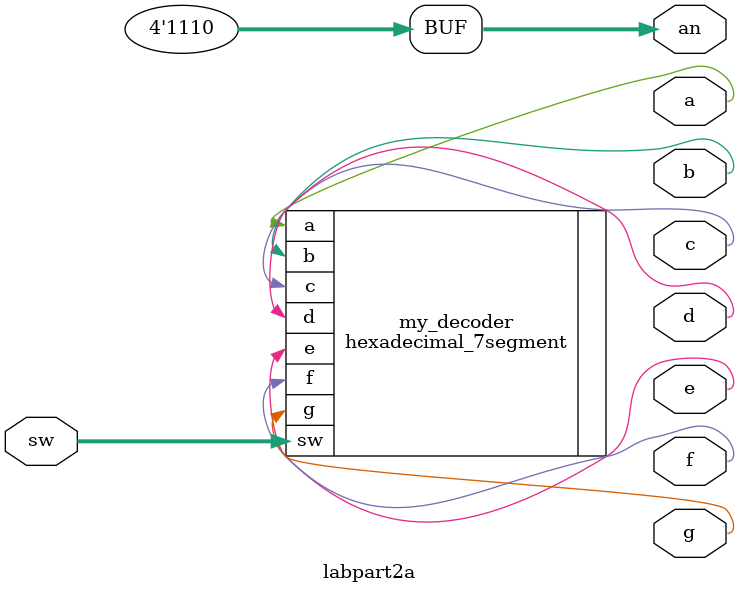
<source format=sv>
`timescale 1ns / 1ps
`timescale 1ns / 1ps
//////////////////////////////////////////////////////////////////////////////////
// Company: Bilkent Universty
// Engineer: Sıla Bozkurt
// 
// Create Date: 25.11.2025 11:58:19
// Design Name: 
// Module Name: lab_part2a
// Project Name: 
// Target Devices: 
// Tool Versions: 
// Description: 
// 
// Dependencies: 
// 
// Revision:
// Revision 0.01 - File Created
// Additional Comments:
// 
//////////////////////////////////////////////////////////////////////////////////


module labpart2a(
    input  logic [3:0] sw,       // The 4 switches for input
    output logic a,b,c,d,e,f,g,  // The 7 segment LEDs
    output logic [3:0] an       
    );

    hexadecimal_7segment my_decoder (
        .sw(sw),
        .a(a),
        .b(b),
        .c(c),
        .d(d),
        .e(e),
        .f(f),
        .g(g)
    );

    assign an = 4'b1110; 

endmodule
</source>
